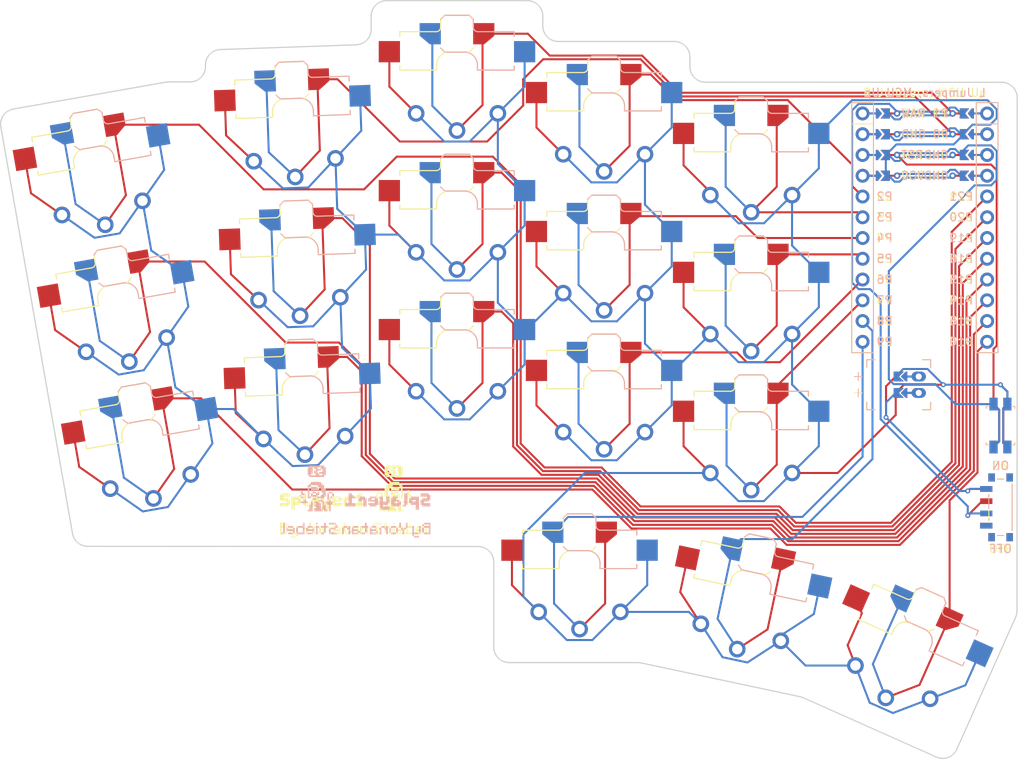
<source format=kicad_pcb>
(kicad_pcb (version 20240108) (generator "pcbnew") (generator_version "8.0")
  (title_block (title "splayer_pcb") (date "2024-05-04") (rev "v1.0.0") (company "Unknown"))
  (layers (0 "F.Cu" signal) (31 "B.Cu" signal) (34 "B.Paste" user) (35 "F.Paste" user) (36 "B.SilkS" user "B.Silkscreen") (37 "F.SilkS" user "F.Silkscreen") (38 "B.Mask" user) (39 "F.Mask" user) (44 "Edge.Cuts" user))
  (net 0 "")
  (net 1 "P16")
  (net 2 "GND")
  (net 3 "P15")
  (net 4 "P21")
  (net 5 "P14")
  (net 6 "P18")
  (net 7 "P0")
  (net 8 "P19")
  (net 9 "P20")
  (net 10 "P1")
  (net 11 "P6")
  (net 12 "P4")
  (net 13 "P2")
  (net 14 "P7")
  (net 15 "P5")
  (net 16 "P3")
  (net 17 "P9")
  (net 18 "P8")
  (net 19 "P10")
  (net 20 "RAW")
  (net 21 "RST")
  (net 22 "VCC")
  (net 23 "MCU1_24")
  (net 24 "MCU1_1")
  (net 25 "MCU1_23")
  (net 26 "MCU1_2")
  (net 27 "MCU1_22")
  (net 28 "MCU1_3")
  (net 29 "MCU1_21")
  (net 30 "MCU1_4")
  (net 31 "BAT_P")
  (net 32 "JST1_1")
  (net 33 "JST1_2")
  (footprint "ceoloide:mounting_hole_npth" (layer "F.Cu") (at 249.927216 159.398435 -12)
    (property "Reference" "MH7" (hide yes))
    (property "Value" "")
  )
  (footprint "VIA-0.6mm" (layer "F.Cu") (at 271.15901 128.905852)
    (property "Reference" "REF**" (hide yes))
    (property "Value" "VIA-0.6mm" (hide yes))
  )
  (footprint "Logos:splayer1_try2" (layer "F.Cu") (at 192 144)
    (property "Reference" "G***" (hide yes))
    (property "Value" "LOGO" (hide yes))
  )
  (footprint "VIA-0.6mm" (layer "F.Cu") (at 257.159008 132.905853)
    (property "Reference" "REF**" (hide yes))
    (property "Value" "VIA-0.6mm" (hide yes))
  )
  (footprint "VIA-0.6mm" (layer "F.Cu") (at 264.159007 128.905855)
    (property "Reference" "REF**" (hide yes))
    (property "Value" "VIA-0.6mm" (hide yes))
  )
  (footprint "ceoloide:mounting_hole_npth" (layer "F.Cu") (at 269.991491 151.60148 -24)
    (property "Reference" "MH1" (hide yes))
    (property "Value" "")
  )
  (footprint "VIA-0.6mm" (layer "F.Cu") (at 267.15901 144.905855)
    (property "Reference" "REF**" (hide yes))
    (property "Value" "VIA-0.6mm" (hide yes))
  )
  (footprint "Logos:splayer1_try2_reverse" (layer "F.Cu") (at 192 144)
    (property "Reference" "G***" (hide yes))
    (property "Value" "LOGO" (hide yes))
  )
  (footprint "ceoloide:mounting_hole_npth" (layer "F.Cu") (at 172.557597 101.415189 10)
    (property "Reference" "MH3" (hide yes))
    (property "Value" "")
  )
  (footprint "ceoloide:mounting_hole_npth" (layer "F.Cu") (at 174.829857 120.003004 10)
    (property "Reference" "MH5" (hide yes))
    (property "Value" "")
  )
  (footprint "ceoloide:mcu_nice_nano" (layer "F.Cu") (at 261.909 108.415)
    (property "Reference" "MCU1" (hide yes))
    (property "Value" "")
  )
  (footprint "ceoloide:mounting_hole_npth" (layer "F.Cu") (at 231.659009 105.405854)
    (property "Reference" "MH4" (hide yes))
    (property "Value" "")
  )
  (footprint "ceoloide:reset_button_smd_side" (layer "F.Cu") (at 271.159009 133.905853 -90)
    (property "Reference" "RST1" (hide yes))
    (property "Value" "")
  )
  (footprint "ceoloide:power_switch_smd_side" (layer "F.Cu") (at 271.159009 143.905852)
    (property "Reference" "PWR1" (hide yes))
    (property "Value" "")
  )
  (footprint "ceoloide:battery_connector_jst_ph_2" (layer "F.Cu") (at 261.159007 128.90585 -90)
    (property "Reference" "JST1" (hide yes))
    (property "Value" "")
  )
  (footprint "ceoloide:mounting_hole_npth" (layer "F.Cu") (at 204.659011 144.605852)
    (property "Reference" "MH6" (hide yes))
    (property "Value" "")
  )
  (footprint "ceoloide:mounting_hole_npth" (layer "F.Cu") (at 253.547674 144.280218 -24)
    (property "Reference" "MH2" (hide yes))
    (property "Value" "")
  )
  (footprint "VIA-0.6mm" (layer "F.Cu") (at 267.159009 141.905852)
    (property "Reference" "REF**" (hide yes))
    (property "Value" "VIA-0.6mm" (hide yes))
  )
  (footprint "ceoloide:switch_choc_v1_v2" (layer "B.Cu") (at 166.49622 137.008473 10)
    (property "Reference" "S1" (hide yes))
    (property "Value" "")
  )
  (footprint "ceoloide:switch_choc_v1_v2" (layer "B.Cu") (at 240.659009 101.905854)
    (property "Reference" "S15" (hide yes))
    (property "Value" "")
  )
  (footprint "ceoloide:switch_choc_v1_v2" (layer "B.Cu") (at 160.592183 103.525012 10)
    (property "Reference" "S3" (hide yes))
    (property "Value" "")
  )
  (footprint "ceoloide:switch_choc_v1_v2" (layer "B.Cu") (at 240.659006 135.905853)
    (property "Reference" "S13" (hide yes))
    (property "Value" "")
  )
  (footprint "ceoloide:switch_choc_v1_v2" (layer "B.Cu") (at 204.65901 108.905851)
    (property "Reference" "S8" (hide yes))
    (property "Value" "")
  )
  (footprint "ceoloide:switch_choc_v1_v2" (layer "B.Cu") (at 240.177629 155.485882 -12)
    (property "Reference" "S17" (hide yes))
    (property "Value" "")
  )
  (footprint "ceoloide:switch_choc_v1_v2" (layer "B.Cu") (at 185.25179 114.576253 2)
    (property "Reference" "S5" (hide yes))
    (property "Value" "")
  )
  (footprint "ceoloide:switch_choc_v1_v2" (layer "B.Cu") (at 204.659008 91.905853)
    (property "Reference" "S9" (hide yes))
    (property "Value" "")
  )
  (footprint "ceoloide:switch_choc_v1_v2" (layer "B.Cu") (at 240.659011 118.905855)
    (property "Reference" "S14" (hide yes))
    (property "Value" "")
  )
  (footprint "ceoloide:switch_choc_v1_v2" (layer "B.Cu") (at 204.659009 125.905852)
    (property "Reference" "S7" (hide yes))
    (property "Value" "")
  )
  (footprint "ceoloide:switch_choc_v1_v2" (layer "B.Cu") (at 222.659012 96.905853)
    (property "Reference" "S12" (hide yes))
    (property "Value" "")
  )
  (footprint "ceoloide:switch_choc_v1_v2" (layer "B.Cu") (at 163.544205 120.266744 10)
    (property "Reference" "S2" (hide yes))
    (property "Value" "")
  )
  (footprint "ceoloide:switch_choc_v1_v2" (layer "B.Cu") (at 222.659006 113.905854)
    (property "Reference" "S11" (hide yes))
    (property "Value" "")
  )
  (footprint "ceoloide:switch_choc_v1_v2" (layer "B.Cu") (at 259.526729 161.829319 -24)
    (property "Reference" "S18" (hide yes))
    (property "Value" "")
  )
  (footprint "ceoloide:switch_choc_v1_v2" (layer "B.Cu") (at 219.659008 152.905851)
    (property "Reference" "S16" (hide yes))
    (property "Value" "")
  )
  (footprint "ceoloide:switch_choc_v1_v2" (layer "B.Cu") (at 184.6585 97.586611 2)
    (property "Reference" "S6" (hide yes))
    (property "Value" "")
  )
  (footprint "ceoloide:switch_choc_v1_v2" (layer "B.Cu") (at 222.659009 130.905852)
    (property "Reference" "S10" (hide yes))
    (property "Value" "")
  )
  (footprint "ceoloide:switch_choc_v1_v2" (layer "B.Cu") (at 185.845081 131.565897 2)
    (property "Reference" "S4" (hide yes))
    (property "Value" "")
  )
  (gr_arc (start 213.259009 81.905851) (mid 214.602496 82.462348) (end 215.159011 83.805853) (stroke (width 0.15)) (layer "Edge.Cuts"))
  (gr_line (start 173.882208 89.85799) (end 173.883282 89.888719) (stroke (width 0.15)) (layer "Edge.Cuts"))
  (gr_line (start 227.18383 162.947373) (end 246.637071 167.082286) (stroke (width 0.15)) (layer "Edge.Cuts"))
  (gr_line (start 213.259009 81.905851) (end 196.059009 81.905852) (stroke (width 0.15)) (layer "Edge.Cuts"))
  (gr_arc (start 148.845153 97.371375) (mid 149.159912 95.95166) (end 150.386355 95.17031) (stroke (width 0.15)) (layer "Edge.Cuts"))
  (gr_arc (start 217.059008 86.905852) (mid 215.715488 86.349355) (end 215.159011 85.005853) (stroke (width 0.15)) (layer "Edge.Cuts"))
  (gr_line (start 194.159009 83.805853) (end 194.15901 85.41394) (stroke (width 0.15)) (layer "Edge.Cuts"))
  (gr_arc (start 235.058052 91.886698) (mid 233.715168 91.329859) (end 233.159009 89.986697) (stroke (width 0.15)) (layer "Edge.Cuts"))
  (gr_line (start 211.059009 162.905851) (end 226.788801 162.905851) (stroke (width 0.15)) (layer "Edge.Cuts"))
  (gr_arc (start 231.259009 86.905853) (mid 232.602492 87.46235) (end 233.159009 88.805853) (stroke (width 0.15)) (layer "Edge.Cuts"))
  (gr_line (start 209.159009 150.604888) (end 209.15901 161.005851) (stroke (width 0.15)) (layer "Edge.Cuts"))
  (gr_line (start 175.71474 87.892835) (end 192.325317 87.312784) (stroke (width 0.15)) (layer "Edge.Cuts"))
  (gr_line (start 169.362892 91.853714) (end 171.983486 91.855029) (stroke (width 0.15)) (layer "Edge.Cuts"))
  (gr_arc (start 211.059009 162.905851) (mid 209.715488 162.349354) (end 209.15901 161.005851) (stroke (width 0.15)) (layer "Edge.Cuts"))
  (gr_line (start 273.208348 93.805561) (end 273.186465 156.56109) (stroke (width 0.15)) (layer "Edge.Cuts"))
  (gr_line (start 217.059008 86.905852) (end 231.259009 86.905853) (stroke (width 0.15)) (layer "Edge.Cuts"))
  (gr_arc (start 207.259972 148.70489) (mid 208.602856 149.261722) (end 209.159009 150.604888) (stroke (width 0.15)) (layer "Edge.Cuts"))
  (gr_line (start 215.159011 85.005853) (end 215.159011 83.805853) (stroke (width 0.15)) (layer "Edge.Cuts"))
  (gr_arc (start 169.032007 91.88258) (mid 169.196818 91.860907) (end 169.362892 91.853714) (stroke (width 0.15)) (layer "Edge.Cuts"))
  (gr_arc (start 265.824388 173.499774) (mid 264.769564 174.500788) (end 263.315853 174.462709) (stroke (width 0.15)) (layer "Edge.Cuts"))
  (gr_line (start 233.159009 89.986697) (end 233.159009 88.805853) (stroke (width 0.15)) (layer "Edge.Cuts"))
  (gr_arc (start 226.788801 162.905851) (mid 226.987404 162.91626) (end 227.18383 162.947373) (stroke (width 0.15)) (layer "Edge.Cuts"))
  (gr_arc (start 194.159009 83.805853) (mid 194.715514 82.462361) (end 196.059009 81.905852) (stroke (width 0.15)) (layer "Edge.Cuts"))
  (gr_line (start 235.058052 91.886698) (end 271.309302 91.904898) (stroke (width 0.15)) (layer "Edge.Cuts"))
  (gr_arc (start 273.186465 156.56109) (mid 273.144895 156.955787) (end 273.0222 157.333224) (stroke (width 0.15)) (layer "Edge.Cuts"))
  (gr_line (start 148.845153 97.371375) (end 157.615518 147.110599) (stroke (width 0.15)) (layer "Edge.Cuts"))
  (gr_arc (start 246.637071 167.082286) (mid 246.829174 167.133756) (end 247.014841 167.205031) (stroke (width 0.15)) (layer "Edge.Cuts"))
  (gr_arc (start 159.485689 148.680667) (mid 158.264998 148.235846) (end 157.615518 147.110599) (stroke (width 0.15)) (layer "Edge.Cuts"))
  (gr_arc (start 173.883282 89.888719) (mid 173.350867 91.275224) (end 171.983486 91.855029) (stroke (width 0.15)) (layer "Edge.Cuts"))
  (gr_line (start 265.824388 173.499774) (end 273.0222 157.333224) (stroke (width 0.15)) (layer "Edge.Cuts"))
  (gr_arc (start 271.309302 91.904898) (mid 272.652433 92.461972) (end 273.208348 93.805561) (stroke (width 0.15)) (layer "Edge.Cuts"))
  (gr_arc (start 173.882208 89.85799) (mid 174.391478 88.495891) (end 175.71474 87.892835) (stroke (width 0.15)) (layer "Edge.Cuts"))
  (gr_arc (start 194.15901 85.41394) (mid 193.625768 86.733812) (end 192.325317 87.312784) (stroke (width 0.15)) (layer "Edge.Cuts"))
  (gr_line (start 207.259972 148.70489) (end 159.485689 148.680667) (stroke (width 0.15)) (layer "Edge.Cuts"))
  (gr_line (start 247.014841 167.205031) (end 263.315853 174.462709) (stroke (width 0.15)) (layer "Edge.Cuts"))
  (gr_line (start 169.032007 91.88258) (end 150.386355 95.17031) (stroke (width 0.15)) (layer "Edge.Cuts"))
  (segment (start 267.899008 139.464596) (end 258.863604 148.5) (width 0.25) (layer "F.Cu") (net 1))
  (segment (start 226 146.5) (end 221.230852 141.730852) (width 0.25) (layer "F.Cu") (net 1))
  (segment (start 170.05562 139.198666) (end 167.520744 142.818841) (width 0.25) (layer "F.Cu") (net 1))
  (segment (start 258.863604 148.5) (end 245 148.5) (width 0.25) (layer "F.Cu") (net 1))
  (segment (start 168.688259 130.580169) (end 168.566586 130.753935) (width 0.25) (layer "F.Cu") (net 1))
  (segment (start 269.529 121.115) (end 267.899008 122.744992) (width 0.25) (layer "F.Cu") (net 1))
  (segment (start 168.566586 130.753935) (end 170.05562 139.198666) (width 0.25) (layer "F.Cu") (net 1))
  (segment (start 245 148.5) (end 243 146.5) (width 0.25) (layer "F.Cu") (net 1))
  (segment (start 184.503954 141.730852) (end 173.345304 130.572202) (width 0.25) (layer "F.Cu") (net 1))
  (segment (start 173.345304 130.572202) (end 168.696225 130.572202) (width 0.25) (layer "F.Cu") (net 1))
  (segment (start 267.899008 122.744992) (end 267.899008 139.464596) (width 0.25) (layer "F.Cu") (net 1))
  (segment (start 221.230852 141.730852) (end 184.503954 141.730852) (width 0.25) (layer "F.Cu") (net 1))
  (segment (start 168.696225 130.572202) (end 168.688259 130.580168) (width 0.25) (layer "F.Cu") (net 1))
  (segment (start 243 146.5) (end 226 146.5) (width 0.25) (layer "F.Cu") (net 1))
  (segment (start 163.900571 140.283968) (end 167.520744 142.818841) (width 0.25) (layer "B.Cu") (net 1))
  (segment (start 162.411538 131.839243) (end 163.900571 140.283968) (width 0.25) (layer "B.Cu") (net 1))
  (segment (start 162.237768 131.717567) (end 162.411538 131.839243) (width 0.25) (layer "B.Cu") (net 1))
  (segment (start 214.384009 131.430852) (end 217.659009 134.705852) (width 0.25) (layer "F.Cu") (net 2))
  (segment (start 177.000153 115.389726) (end 180.387453 118.548436) (width 0.25) (layer "F.Cu") (net 2))
  (segment (start 211.384008 153.430851) (end 214.659008 156.705851) (width 0.25) (layer "F.Cu") (net 2))
  (segment (start 155.486085 122.220706) (end 159.280028 124.877254) (width 0.25) (layer "F.Cu") (net 2))
  (segment (start 232.863125 150.09736) (end 231.974301 154.278939) (width 0.25) (layer "F.Cu") (net 2))
  (segment (start 211.384008 149.155851) (end 211.384008 153.430851) (width 0.25) (layer "F.Cu") (net 2))
  (segment (start 214.384012 97.430853) (end 217.659012 100.705853) (width 0.25) (layer "F.Cu") (net 2))
  (segment (start 151.791718 101.268922) (end 152.534062 105.478973) (width 0.25) (layer "F.Cu") (net 2))
  (segment (start 154.743739 118.010655) (end 155.486085 122.220706) (width 0.25) (layer "F.Cu") (net 2))
  (segment (start 176.406864 98.400084) (end 179.794165 101.558793) (width 0.25) (layer "F.Cu") (net 2))
  (segment (start 232.384011 115.155855) (end 232.384011 119.430855) (width 0.25) (layer "F.Cu") (net 2))
  (segment (start 232.384011 119.430855) (end 235.659011 122.705855) (width 0.25) (layer "F.Cu") (net 2))
  (segment (start 271.5 136.021844) (end 272.009009 136.530853) (width 0.25) (layer "F.Cu") (net 2))
  (segment (start 152.534062 105.478973) (end 156.328007 108.13552) (width 0.25) (layer "F.Cu") (net 2))
  (segment (start 231.974301 154.278939) (end 234.496824 158.163284) (width 0.25) (layer "F.Cu") (net 2))
  (segment (start 157.695755 134.752386) (end 158.438102 138.962436) (width 0.25) (layer "F.Cu") (net 2))
  (segment (start 252.458918 160.780591) (end 253.413405 163.267112) (width 0.25) (layer "F.Cu") (net 2))
  (segment (start 196.384008 88.155853) (end 196.384008 92.430853) (width 0.25) (layer "F.Cu") (net 2))
  (segment (start 258.343007 132.605738) (end 258.343007 129.90585) (width 0.25) (layer "F.Cu") (net 2))
  (segment (start 158.438102 138.962436) (end 162.232046 141.618983) (width 0.25) (layer "F.Cu") (net 2))
  (segment (start 264.159007 128.905855) (end 259.343002 128.905855) (width 0.25) (layer "F.Cu") (net 2))
  (segment (start 235.659009 105.33999) (end 235.659009 105.705854) (width 0.25) (layer "F.Cu") (net 2))
  (segment (start 266.684009 100.794855) (end 265.309011 100.794853) (width 0.25) (layer "F.Cu") (net 2))
  (segment (start 196.384009 126.430852) (end 199.659009 129.705852) (width 0.25) (layer "F.Cu") (net 2))
  (segment (start 177.444248 128.106974) (end 177.593443 132.379371) (width 0.25) (layer "F.Cu") (net 2))
  (segment (start 214.38401 93.396263) (end 214.996221 94.008478) (width 0.25) (layer "F.Cu") (net 2))
  (segment (start 214.384012 93.155853) (end 214.384012 97.430853) (width 0.25) (layer "F.Cu") (net 2))
  (segment (start 232.384009 102.06499) (end 235.659009 105.33999) (width 0.25) (layer "F.Cu") (net 2))
  (segment (start 272.009009 131.280853) (end 271.5 131.789862) (width 0.25) (layer "F.Cu") (net 2))
  (segment (start 251.242892 139.705853) (end 258.343007 132.605738) (width 0.25) (layer "F.Cu") (net 2))
  (segment (start 196.384008 92.430853) (end 199.659008 95.705853) (width 0.25) (layer "F.Cu") (net 2))
  (segment (start 232.384006 132.155853) (end 232.384006 136.430853) (width 0.25) (layer "F.Cu") (net 2))
  (segment (start 196.38401 105.155851) (end 196.38401 109.430851) (width 0.25) (layer "F.Cu") (net 2))
  (segment (start 214.384009 127.155852) (end 214.384009 131.430852) (width 0.25) (layer "F.Cu") (net 2))
  (segment (start 214.384007 93.155852) (end 214.38401 93.396263) (width 0.25) (layer "F.Cu") (net 2))
  (segment (start 196.384009 122.155852) (end 196.384009 126.430852) (width 0.25) (layer "F.Cu") (net 2))
  (segment (start 259.343002 128.905855) (end 258.343007 129.90585) (width 0.25) (layer "F.Cu") (net 2))
  (segment (start 232.384006 136.430853) (end 235.659006 139.705853) (width 0.25) (layer "F.Cu") (net 2))
  (segment (start 254.197718 156.875184) (end 252.458918 160.780591) (width 0.25) (layer "F.Cu") (net 2))
  (segment (start 214.384006 114.430854) (end 217.659006 117.705854) (width 0.25) (layer "F.Cu") (net 2))
  (segment (start 214.384006 110.155854) (end 214.384006 114.430854) (width 0.25) (layer "F.Cu") (net 2))
  (segment (start 266.684009 103.334852) (end 265.309007 103.334852) (width 0.25) (layer "F.Cu") (net 2))
  (segment (start 177.593443 132.379371) (end 180.980743 135.53808) (width 0.25) (layer "F.Cu") (net 2))
  (segment (start 272.009009 129.755851) (end 271.15901 128.905852) (width 0.25) (layer "F.Cu") (net 2))
  (segment (start 253.492401 155.037776) (end 254.197718 156.875184) (width 0.25) (layer "F.Cu") (net 2))
  (segment (start 232.384009 98.155854) (end 232.384009 102.06499) (width 0.25) (layer "F.Cu") (net 2))
  (segment (start 176.850956 111.117331) (end 177.000153 115.389726) (width 0.25) (layer "F.Cu") (net 2))
  (segment (start 176.257669 94.127689) (end 176.406864 98.400084) (width 0.25) (layer "F.Cu") (net 2))
  (segment (start 271.5 131.789862) (end 271.5 136.021844) (width 0.25) (layer "F.Cu") (net 2))
  (segment (start 272.009009 131.280853) (end 272.009009 129.755851) (width 0.25) (layer "F.Cu") (net 2))
  (segment (start 245.659006 139.705853) (end 251.242892 139.705853) (width 0.25) (layer "F.Cu") (net 2))
  (segment (start 196.38401 109.430851) (end 199.65901 112.705851) (width 0.25) (layer "F.Cu") (net 2))
  (segment (start 257.134008 98.254852) (end 258.509011 98.254851) (width 0.25) (layer "F.Cu") (net 2))
  (segment (start 266.684009 98.254851) (end 266.334315 98.254852) (width 0.25) (layer "B.Cu") (net 2))
  (segment (start 186.469258 104.768792) (end 183.353158 104.877608) (width 0.25) (layer "B.Cu") (net 2))
  (segment (start 168.090287 98.395043) (end 168.832631 102.605096) (width 0.25) (layer "B.Cu") (net 2))
  (segment (start 212.784009 147.215991) (end 220.294147 139.705853) (width 0.25) (layer "B.Cu") (net 2))
  (segment (start 264.159007 128.905855) (end 262.234002 126.98085) (width 0.25) (layer "B.Cu") (net 2))
  (segment (start 227.659012 100.705853) (end 227.659012 106.88086) (width 0.25) (layer "B.Cu") (net 2))
  (segment (start 221.100009 138.146852) (end 224.218009 138.146852) (width 0.25) (layer "B.Cu") (net 2))
  (segment (start 272.009009 131.280853) (end 272.009009 129.755851) (width 0.25) (layer "B.Cu") (net 2))
  (segment (start 268.61158 161.76927) (end 266.872783 165.674676) (width 0.25) (layer "B.Cu") (net 2))
  (segment (start 203.100008 99.146853) (end 206.218008 99.146853) (width 0.25) (layer "B.Cu") (net 2))
  (segment (start 239.100011 126.146855) (end 242.218011 126.146855) (width 0.25) (layer "B.Cu") (net 2))
  (segment (start 187.655837 138.748078) (end 190.974651 135.189085) (width 0.25) (layer "B.Cu") (net 2))
  (segment (start 239.100006 143.146853) (end 235.659006 139.705853) (width 0.25) (layer "B.Cu") (net 2))
  (segment (start 248.934011 115.155855) (end 248.934011 119.430855) (width 0.25) (layer "B.Cu") (net 2))
  (segment (start 203.100009 133.146852) (end 199.659009 129.705852) (width 0.25) (layer "B.Cu") (net 2))
  (segment (start 160.314257 110.926723) (end 156.328007 108.13552) (width 0.25) (layer "B.Cu") (net 2))
  (segment (start 166.176085 106.39904) (end 163.384883 110.385288) (width 0.25) (layer "B.Cu") (net 2))
  (segment (start 227.659006 117.705854) (end 224.218006 121.146854) (width 0.25) (layer "B.Cu") (net 2))
  (segment (start 218.100008 160.146851) (end 221.218008 160.146851) (width 0.25) (layer "B.Cu") (net 2))
  (segment (start 248.934006 136.430853) (end 245.659006 139.705853) (width 0.25) (layer "B.Cu") (net 2))
  (segment (start 242.218009 109.146854) (end 245.659009 105.705854) (width 0.25) (layer "B.Cu") (net 2))
  (segment (start 230.934012 97.430853) (end 227.659012 100.705853) (width 0.25) (layer "B.Cu") (net 2))
  (segment (start 224.218012 104.146853) (end 221.100012 104.146853) (width 0.25) (layer "B.Cu") (net 2))
  (segment (start 190.003578 107.381038) (end 193.390876 110.539744) (width 0.25) (layer "B.Cu") (net 2))
  (segment (start 171.784654 119.34683) (end 169.128106 123.140775) (width 0.25) (layer "B.Cu") (net 2))
  (segment (start 270.704 95.228299) (end 270.704 96.296) (width 0.25) (layer "B.Cu") (net 2))
  (segment (start 244.438482 159.488804) (end 244.278299 160.242403) (width 0.25) (layer "B.Cu") (net 2))
  (segment (start 257.134 103.335) (end 257.134 100.795) (width 0.25) (layer "B.Cu") (net 2))
  (segment (start 271.15901 128.905852) (end 264.15901 128.905852) (width 0.25) (layer "B.Cu") (net 2))
  (segment (start 272.009009 129.755851) (end 271.15901 128.905852) (width 0.25) (layer "B.Cu") (net 2))
  (segment (start 258.208703 101.519852) (end 258.809319 101.519852) (width 0.25) (layer "B.Cu") (net 2))
  (segment (start 245.659009 105.705854) (end 245.659009 111.880853) (width 0.25) (layer "B.Cu") (net 2))
  (segment (start 258.208703 104.059852) (end 258.809312 104.059852) (width 0.25) (layer "B.Cu") (net 2))
  (segment (start 220.294147 139.705853) (end 235.659006 139.705853) (width 0.25) (layer "B.Cu") (net 2))
  (segment (start 257.134009 103.334852) (end 257.483705 103.334853) (width 0.25) (layer "B.Cu") (net 2))
  (segment (start 235.659011 122.705855) (end 239.100011 126.146855) (width 0.25) (layer "B.Cu") (net 2))
  (segment (start 248.934009 98.155854) (end 252.999863 94.09) (width 0.25) (layer "B.Cu") (net 2))
  (segment (start 248.934009 102.430854) (end 245.659009 105.705854) (width 0.25) (layer "B.Cu") (net 2))
  (segment (start 227.659012 106.88086) (end 230.934006 110.155854) (width 0.25) (layer "B.Cu") (net 2))
  (segment (start 187.062546 121.758434) (end 183.946445 121.867251) (width 0.25) (layer "B.Cu") (net 2))
  (segment (start 212.934009 126.430852) (end 209.659009 129.705852) (width 0.25) (layer "B.Cu") (net 2))
  (segment (start 221.218008 160.146851) (end 224.659008 156.705851) (width 0.25) (layer "B.Cu") (net 2))
  (segment (start 224.218006 121.146854) (end 221.100006 121.146854) (width 0.25) (layer "B.Cu") (net 2))
  (segment (start 189.788073 101.209799) (end 190.003578 107.381038) (width 0.25) (layer "B.Cu") (net 2))
  (segment (start 197.492903 110.539744) (end 199.65901 112.705851) (width 0.25) (layer "B.Cu") (net 2))
  (segment (start 193.390876 110.539744) (end 197.492903 110.539744) (width 0.25) (layer "B.Cu") (net 2))
  (segment (start 193.390876 110.539744) (end 193.540071 114.81214) (width 0.25) (layer "B.Cu") (net 2))
  (segment (start 249.05147 153.538301) (end 248.322829 156.96628) (width 0.25) (layer "B.Cu") (net 2))
  (segment (start 169.288923 143.86875) (end 172.080122 139.882505) (width 0.25) (layer "B.Cu") (net 2))
  (segment (start 214.659008 156.705851) (end 218.100008 160.146851) (width 0.25) (layer "B.Cu") (net 2))
  (segment (start 269.565701 94.09) (end 270.704 95.228299) (width 0.25) (layer "B.Cu") (net 2))
  (segment (start 212.934008 92.430853) (end 209.659008 95.705853) (width 0.25) (layer "B.Cu") (net 2))
  (segment (start 234.496824 158.163284) (end 237.147208 162.244518) (width 0.25) (layer "B.Cu") (net 2))
  (segment (start 271.5 131.789862) (end 271.5 136.021844) (width 0.25) (layer "B.Cu") (net 2))
  (segment (start 173.994325 131.878507) (end 174.73667 136.08856) (width 0.25) (layer "B.Cu") (net 2))
  (segment (start 264.15901 128.905852) (end 264.159007 128.905855) (width 0.25) (layer "B.Cu") (net 2))
  (segment (start 259.304315 101.024853) (end 265.079006 101.02485) (width 0.25) (layer "B.Cu") (net 2))
  (segment (start 266.684 98.138353) (end 266.684 98.255) (width 0.25) (layer "B.Cu") (net 2))
  (segment (start 193.984167 127.529388) (end 194.133359 131.801784) (width 0.25) (layer "B.Cu") (net 2))
  (segment (start 163.266279 127.668456) (end 166.336905 127.127022) (width 0.25) (layer "B.Cu") (net 2))
  (segment (start 221.100006 121.146854) (end 217.659006 117.705854) (width 0.25) (layer "B.Cu") (net 2))
  (segment (start 212.93401 109.430851) (end 209.65901 112.705851) (width 0.25) (layer "B.Cu") (net 2))
  (segment (start 212.934009 122.155852) (end 213.209008 122.155852) (width 0.25) (layer "B.Cu") (net 2))
  (segment (start 190.381361 118.199441) (end 187.062546 121.758434) (width 0.25) (layer "B.Cu") (net 2))
  (segment (start 257.483705 103.334853) (end 258.208703 104.059852) (width 0.25) (layer "B.Cu") (net 2))
  (segment (start 271.5 136.021844) (end 272.009009 136.530853) (width 0.25) (layer "B.Cu") (net 2))
  (segment (start 230.934009 127.155852) (end 231.209014 127.155852) (width 0.25) (layer "B.Cu") (net 2))
  (segment (start 227.659012 100.705853) (end 224.218012 104.146853) (width 0.25) (layer "B.Cu") (net 2))
  (segment (start 248.934009 98.155854) (end 248.934009 102.430854) (width 0.25) (layer "B.Cu") (net 2))
  (segment (start 245.659009 111.880853) (end 248.934011 115.155855) (width 0.25) (layer "B.Cu") (net 2))
  (segment (start 166.218295 144.410185) (end 169.288923 143.86875) (width 0.25) (layer "B.Cu") (net 2))
  (segment (start 174.73667 136.08856) (end 172.080122 139.882505) (width 0.25) (layer "B.Cu") (net 2))
  (segment (start 166.176085 106.39904) (end 167.248361 112.480226) (width 0.25) (layer "B.Cu") (net 2))
  (segment (start 240.197068 162.892784) (end 244.278299 160.242403) (width 0.25) (layer "B.Cu") (net 2))
  (segment (start 258.429 99.5) (end 265.439 99.5) (width 0.25) (layer "B.Cu") (net 2))
  (segment (start 242.218011 126.146855) (end 245.659011 122.705855) (width 0.25) (layer "B.Cu") (net 2))
  (segment (start 173.994323 131.878505) (end 177.32117 131.878505) (width 0.25) (layer "B.Cu") (net 2))
  (segment (start 199.65901 112.705851) (end 203.10001 116.146851) (width 0.25) (layer "B.Cu") (net 2))
  (segment (start 269.92 97.08) (end 267.742353 97.08) (width 0.25) (layer "B.Cu") (net 2))
  (segment (start 257.13401 100.794851) (end 257.483706 100.794854) (width 0.25) (layer "B.Cu") (net 2))
  (segment (start 230.934006 110.155854) (end 230.934006 114.430854) (width 0.25) (layer "B.Cu") (net 2))
  (segment (start 247.303011 163.267109) (end 253.413402 163.267109) (width 0.25) (layer "B.Cu") (net 2))
  (segment (start 212.93401 105.155851) (end 212.93401 109.430851) (width 0.25) (layer "B.Cu") (net 2))
  (segment (start 171.042308 115.136776) (end 171.784654 119.34683) (width 0.25) (layer "B.Cu") (net 2))
  (segment (start 209.65901 118.880853) (end 212.934009 122.155852) (width 0.25) (layer "B.Cu") (net 2))
  (segment (start 168.832631 102.605096) (end 166.176085 106.39904) (width 0.25) (layer "B.Cu") (net 2))
  (segment (start 162.232046 141.618983) (end 166.218295 144.410185) (width 0.25) (layer "B.Cu") (net 2))
  (segment (start 258.005763 169.078404) (end 262.548854 167.334475) (width 0.25) (layer "B.Cu") (net 2))
  (segment (start 257.134 100.795) (end 258.429 99.5) (width 0.25) (layer "B.Cu") (net 2))
  (segment (start 214.659008 156.705851) (end 212.784009 154.830852) (width 0.25) (layer "B.Cu") (net 2))
  (segment (start 233.039395 156.705851) (end 234.496827 158.163283) (width 0.25) (layer "B.Cu") (net 2))
  (segment (start 235.659009 105.705854) (end 239.100009 109.146854) (width 0.25) (layer "B.Cu") (net 2))
  (segment (start 192.797587 93.550101) (end 192.946783 97.822498) (width 0.25) (layer "B.Cu") (net 2))
  (segment (start 272.009009 131.280853) (end 271.5 131.789862) (width 0.25) (layer "B.Cu") (net 2))
  (segment (start 231.209014 127.155852) (end 235.659011 122.705855) (width 0.25) (layer "B.Cu") (net 2))
  (segment (start 193.540071 114.81214) (end 190.381361 118.199441) (width 0.25) (layer "B.Cu") (net 2))
  (segment (start 183.946445 121.867251) (end 180.387453 118.548436) (width 0.25) (layer "B.Cu") (net 2))
  (segment (start 227.934008 149.155851) (end 227.934008 153.430851) (width 0.25) (layer "B.Cu") (net 2))
  (segment (start 230.934006 114.430854) (end 227.659006 117.705854) (width 0.25) (layer "B.Cu") (net 2))
  (segment (start 270.704 96.296) (end 269.92 97.08) (width 0.25) (layer "B.Cu") (net 2))
  (segment (start 248.322829 156.96628) (end 244.438482 159.488804) (width 0.25) (layer "B.Cu") (net 2))
  (segment (start 209.659008 101.880849) (end 212.93401 105.155851) (width 0.25) (layer "B.Cu") (net 2))
  (segment (start 209.659009 129.705852) (end 206.218009 133.146852) (width 0.25) (layer "B.Cu") (net 2))
  (segment (start 230.934009 131.430852) (end 227.659009 134.705852) (width 0.25) (layer "B.Cu") (net 2))
  (segment (start 242.218006 143.146853) (end 239.100006 143.146853) (width 0.25) (layer "B.Cu") (net 2))
  (segment (start 194.133359 131.801784) (end 190.974651 135.189085) (width 0.25) (layer "B.Cu") (net 2))
  (segment (start 257.483706 100.794854) (end 258.208703 101.519852) (width 0.25) (layer "B.Cu") (net 2))
  (segment (start 259.304314 103.564853) (end 265.079013 103.564851) (width 0.25) (layer "B.Cu") (net 2))
  (segment (start 212.784009 154.830852) (end 212.784009 147.215991) (width 0.25) (layer "B.Cu") (net 2))
  (segment (start 224.659008 156.705851) (end 233.039395 156.705851) (width 0.25) (layer "B.Cu") (net 2))
  (segment (start 163.384883 110.385288) (end 160.314257 110.926723) (width 0.25) (layer "B.Cu") (net 2))
  (segment (start 248.934011 119.430855) (end 245.659011 122.705855) (width 0.25) (layer "B.Cu") (net 2))
  (segment (start 227.934008 153.430851) (end 224.659008 156.705851) (width 0.25) (layer "B.Cu") (net 2))
  (segment (start 265.609312 97.529852) (end 265.008704 97.52985) (width 0.25) (layer "B.Cu") (net 2))
  (segment (start 183.353158 104.877608) (end 179.794165 101.558793) (width 0.25) (layer "B.Cu") (net 2))
  (segment (start 190.381361 118.199441) (end 190.596865 124.37068) (width 0.25) (layer "B.Cu") (net 2))
  (segment (start 169.128106 123.140775) (end 170.200382 129.221959) (width 0.25) (layer "B.Cu") (net 2))
  (segment (start 190.596865 124.37068) (end 193.984167 127.529388) (width 0.25) (layer "B.Cu") (net 2))
  (segment (start 206.218008 99.146853) (end 209.659008 95.705853) (width 0.25) (layer "B.Cu") (net 2))
  (segment (start 258.809319 101.519852) (end 259.304315 101.024853) (width 0.25) (layer "B.Cu") (net 2))
  (segment (start 192.946783 97.822498) (end 189.788073 101.209799) (width 0.25) (layer "B.Cu") (net 2))
  (segment (start 237.147208 162.244518) (end 240.197068 162.892784) (width 0.25) (layer "B.Cu") (net 2))
  (segment (start 221.100012 104.146853) (end 217.659012 100.705853) (width 0.25) (layer "B.Cu") (net 2))
  (segment (start 258.809312 104.059852) (end 259.304314 103.564853) (width 0.25) (layer "B.Cu") (net 2))
  (segment (start 265.008704 97.52985) (end 264.503703 98.034852) (width 0.25) (layer "B.Cu") (net 2))
  (segment (start 203.10001 116.146851) (end 206.21801 116.146851) (width 0.25) (layer "B.Cu") (net 2))
  (segment (start 227.659006 117.705854) (end 227.659006 123.880849) (width 0.25) (layer "B.Cu") (net 2))
  (segment (start 184.539738 138.856894) (end 187.655837 138.748078) (width 0.25) (layer "B.Cu") (net 2))
  (segment (start 245.659011 128.880858) (end 248.934006 132.155853) (width 0.25) (layer "B.Cu") (net 2))
  (segment (start 248.934006 132.155853) (end 248.934006 136.430853) (width 0.25) (layer "B.Cu") (net 2))
  (segment (start 244.278303 160.242401) (end 247.303011 163.267109) (width 0.25) (layer "B.Cu") (net 2))
  (segment (start 170.200382 129.221959) (end 173.994325 131.878507) (width 0.25) (layer "B.Cu") (net 2))
  (segment (start 189.788073 101.209799) (end 186.469258 104.768792) (width 0.25) (layer "B.Cu") (net 2))
  (segment (start 159.280028 124.877254) (end 163.266279 127.668456) (width 0.25) (layer "B.Cu") (net 2))
  (segment (start 245.659006 139.705853) (end 242.218006 143.146853) (width 0.25) (layer "B.Cu") (net 2))
  (segment (start 212.934008 88.155853) (end 212.934008 92.430853) (width 0.25) (layer "B.Cu") (net 2))
  (segment (start 266.872783 165.674676) (end 262.548854 167.334475) (width 0.25) (layer "B.Cu") (net 2))
  (segment (start 180.980743 135.53808) (end 184.539738 138.856894) (width 0.25) (layer "B.Cu") (net 2))
  (segment (start 266.334315 98.254852) (end 265.609312 97.529852) (width 0.25) (layer "B.Cu") (net 2))
  (segment (start 209.659008 95.705853) (end 209.659008 101.880849) (width 0.25) (layer "B.Cu") (net 2))
  (segment (start 255.157334 167.810202) (end 258.005763 169.078404) (width 0.25) (layer "B.Cu") (net 2))
  (segment (start 230.934009 127.155852) (end 230.934009 131.430852) (width 0.25) (layer "B.Cu") (net 2))
  (segment (start 166.336905 127.127022) (end 169.128106 123.140775) (width 0.25) (layer "B.Cu") (net 2))
  (segment (start 199.659008 95.705853) (end 203.100008 99.146853) (width 0.25) (layer "B.Cu") (net 2))
  (segment (start 213.209008 122.155852) (end 217.659006 117.705854) (width 0.25) (layer "B.Cu") (net 2))
  (segment (start 262.234002 126.98085) (end 259.268007 126.98085) (width 0.25) (layer "B.Cu") (net 2))
  (segment (start 206.218009 133.146852) (end 203.100009 133.146852) (width 0.25) (layer "B.Cu") (net 2))
  (segment (start 267.742353 97.08) (end 266.684 98.138353) (width 0.25) (layer "B.Cu") (net 2))
  (segment (start 265.439 99.5) (end 266.684 98.255) (width 0.25) (layer "B.Cu") (net 2))
  (segment (start 239.100009 109.146854) (end 242.218009 109.146854) (width 0.25) (layer "B.Cu") (net 2))
  (segment (start 227.659006 123.880849) (end 230.934009 127.155852) (width 0.25) (layer "B.Cu") (net 2))
  (segment (start 259.268007 126.98085) (end 258.343007 127.90585) (width 0.25) (layer "B.Cu") (net 2))
  (segment (start 252.999863 94.09) (end 269.565701 94.09) (width 0.25) (layer "B.Cu") (net 2))
  (segment (start 217.659009 134.705852) (end 221.100009 138.146852) (width 0.25) (layer "B.Cu") (net 2))
  (segment (start 264.503703 98.034852) (end 258.72901 98.034851) (width 0.25) (layer "B.Cu") (net 2))
  (segment (start 245.659011 122.705855) (end 245.659011 128.880858) (width 0.25) (layer "B.Cu") (net 2))
  (segment (start 177.32117 131.878505) (end 180.980745 135.53808) (width 0.25) (layer "B.Cu") (net 2))
  (segment (start 253.413405 163.267112) (end 255.157334 167.810202) (width 0.25) (layer "B.Cu") (net 2))
  (segment (start 209.65901 112.705851) (end 209.65901 118.880853) (width 0.25) (layer "B.Cu") (net 2))
  (segment (start 167.248361 112.480226) (end 171.042308 115.136776) (width 0.25) (layer "B.Cu") (net 2))
  (segment (start 230.934012 93.155853) (end 230.934012 97.430853) (width 0.25) (layer "B.Cu") (net 2))
  (segment (start 212.934009 122.155852) (end 212.934009 126.430852) (width 0.25) (layer "B.Cu") (net 2))
  (segment (start 224.218009 138.146852) (end 227.659009 134.705852) (width 0.25) (layer "B.Cu") (net 2))
  (segment (start 206.21801 116.146851) (end 209.65901 112.705851) (width 0.25) (layer "B.Cu") (net 2))
  (segment (start 165.736242 113.838439) (end 165.614569 114.012207) (width 0.25) (layer "F.Cu") (net 3))
  (segment (start 183.687079 123.744522) (end 190.214833 123.744522) (width 0.25) (layer "F.Cu") (net 3))
  (segment (start 173.77303 113.830473) (end 183.687079 123.744522) (width 0.25) (layer "F.Cu") (net 3))
  (segment (start 266.999008 118.564992) (end 269.529 116.035) (width 0.25) (layer "F.Cu") (net 3))
  (segment (start 193.5 137.5) (end 196.830852 140.830852) (width 0.25) (layer "F.Cu") (net 3))
  (segment (start 165.74421 113.830473) (end 173.77303 113.830473) (width 0.25) (layer "F.Cu") (net 3))
  (segment (start 165.614569 114.012207) (end 167.103603 122.456936) (width 0.25) (layer "F.Cu") (net 3))
  (segment (start 193.5 127.029689) (end 193.5 137.5) (width 0.25) (layer "F.Cu") (net 3))
  (segment (start 243.372792 145.6) (end 245.372792 147.6) (width 0.25) (layer "F.Cu") (net 3))
  (segment (start 245.372792 147.6) (end 258.490812 147.6) (width 0.25) (layer "F.Cu") (net 3))
  (segment (start 258.490812 147.6) (end 266.999008 139.091804) (width 0.25) (layer "F.Cu") (net 3))
  (segment (start 165.736244 113.838439) (end 165.74421 113.830473) (width 0.25) (layer "F.Cu") (net 3))
  (segment (start 167.103603 122.456936) (end 164.56873 126.077111) (width 0.25) (layer "F.Cu") (net 3))
  (segment (start 226.372792 145.6) (end 243.372792 145.6) (width 0.25) (layer "F.Cu") (net 3))
  (segment (start 196.830852 140.830852) (end 221.603644 140.830852) (width 0.25) (layer "F.Cu") (net 3))
  (segment (start 190.214833 123.744522) (end 193.5 127.029689) (width 0.25) (layer "F.Cu") (net 3))
  (segment (start 266.999008 139.091804) (end 266.999008 118.564992) (width 0.25) (layer "F.Cu") (net 3))
  (segment (start 221.603644 140.830852) (end 226.372792 145.6) (width 0.25) (layer "F.Cu") (net 3))
  (segment (start 159.459521 115.097512) (end 160.948553 123.542238) (width 0.25) (layer "B.Cu") (net 3))
  (segment (start 160.948553 123.542238) (end 164.56873 126.077111) (width 0.25) (layer "B.Cu") (net 3))
  (segment (start 159.285752 114.975837) (end 159.459521 115.097512) (width 0.25) (layer "B.Cu") (net 3))
  (segment (start 222.349228 139.030852) (end 227.118376 143.8) (width 0.25) (layer "F.Cu") (net 4))
  (segment (start 162.662549 97.270473) (end 164.151581 105.715202) (width 0.25) (layer "F.Cu") (net 4))
  (segment (start 246.118376 145.8) (end 257.745228 145.8) (width 0.25) (layer "F.Cu") (net 4))
  (segment (start 265.199008 110.204992) (end 269.529 105.875) (width 0.25) (layer "F.Cu") (net 4))
  (segment (start 193.289861 105) (end 197.289861 101) (width 0.25) (layer "F.Cu") (net 4))
  (segment (start 212.45 136.10806) (end 215.372792 139.030852) (width 0.25) (layer "F.Cu") (net 4))
  (segment (start 162.784221 97.096705) (end 162.662549 97.270473) (width 0.25) (layer "F.Cu") (net 4))
  (segment (start 162.784222 97.096707) (end 162.792188 97.088741) (width 0.25) (layer "F.Cu") (net 4))
  (segment (start 265.199008 138.34622) (end 265.199008 110.204992) (width 0.25) (layer "F.Cu") (net 4))
  (segment (start 257.745228 145.8) (end 265.199008 138.34622) (width 0.25) (layer "F.Cu") (net 4))
  (segment (start 215.372792 139.030852) (end 222.349228 139.030852) (width 0.25) (layer "F.Cu") (net 4))
  (segment (start 212.45 104.405148) (end 212.45 136.10806) (width 0.25) (layer "F.Cu") (net 4))
  (segment (start 173.088741 97.088741) (end 181 105) (width 0.25) (layer "F.Cu") (net 4))
  (segment (start 209.044852 101) (end 212.45 104.405148) (width 0.25) (layer "F.Cu") (net 4))
  (segment (start 164.151581 105.715202) (end 161.616708 109.335378) (width 0.25) (layer "F.Cu") (net 4))
  (segment (start 181 105) (end 193.289861 105) (width 0.25) (layer "F.Cu") (net 4))
  (segment (start 244.118376 143.8) (end 246.118376 145.8) (width 0.25) (layer "F.Cu") (net 4))
  (segment (start 227.118376 143.8) (end 244.118376 143.8) (width 0.25) (layer "F.Cu") (net 4))
  (segment (start 197.289861 101) (end 209.044852 101) (width 0.25) (layer "F.Cu") (net 4))
  (segment (start 162.792188 97.088741) (end 173.088741 97.088741) (width 0.25) (layer "F.Cu") (net 4))
  (segment (start 156.333731 98.234105) (end 156.5075 98.355778) (width 0.25) (layer "B.Cu") (net 4))
  (segment (start 157.996533 106.800504) (end 161.616708 109.335378) (width 0.25) (layer "B.Cu") (net 4))
  (segment (start 156.5075 98.355778) (end 157.996533 106.800504) (width 0.25) (layer "B.Cu") (net 4))
  (segment (start 191.224352 125.505225) (end 193 127.280873) (width 0.25) (layer "F.Cu") (net 5))
  (segment (start 243.186396 146.05) (end 245.186396 148.05) (width 0.25) (layer "F.Cu") (net 5))
  (segment (start 267.449008 120.654992) (end 269.529 118.575) (width 0.25) (layer "F.Cu") (net 5))
  (segment (start 245.186396 148.05) (end 258.677208 148.05) (width 0.25) (layer "F.Cu") (net 5))
  (segment (start 196.644456 141.280852) (end 221.417248 141.280852) (width 0.25) (layer "F.Cu") (net 5))
  (segment (start 267.449008 139.2782) (end 267.449008 120.654992) (width 0.25) (layer "F.Cu") (net 5))
  (segment (start 221.417248 141.280852) (end 226.186396 146.05) (width 0.25) (layer "F.Cu") (net 5))
  (segment (start 193 127.280873) (end 193 137.636396) (width 0.25) (layer "F.Cu") (net 5))
  (segment (start 188.910432 125.505224) (end 188.765757 125.66037) (width 0.25) (layer "F.Cu") (net 5))
  (segment (start 188.765757 125.66037) (end 189.065022 134.230146) (width 0.25) (layer "F.Cu") (net 5))
  (segment (start 189.065022 134.230146) (end 186.050985 137.462303) (width 0.25) (layer "F.Cu") (net 5))
  (segment (start 188.910434 125.505225) (end 191.224352 125.505225) (width 0.25) (layer "F.Cu") (net 5))
  (segment (start 258.677208 148.05) (end 267.449008 139.2782) (width 0.25) (layer "F.Cu") (net 5))
  (segment (start 226.186396 146.05) (end 243.186396 146.05) (width 0.25) (layer "F.Cu") (net 5))
  (segment (start 193 137.636396) (end 196.644456 141.280852) (width 0.25) (layer "F.Cu") (net 5))
  (segment (start 182.519566 125.878491) (end 182.818829 134.448269) (width 0.25) (layer "B.Cu") (net 5))
  (segment (start 182.818829 134.448269) (end 186.050985 137.462303) (width 0.25) (layer "B.Cu") (net 5))
  (segment (start 182.364423 125.733818) (end 182.519566 125.878491) (width 0.25) (layer "B.Cu") (net 5))
  (segment (start 245.559188 147.15) (end 258.304416 147.15) (width 0.25) (layer "F.Cu") (net 6))
  (segment (start 258.304416 147.15) (end 266.549008 138.905408) (width 0.25) (layer "F.Cu") (net 6))
  (segment (start 243.559188 145.15) (end 245.559188 147.15) (width 0.25) (layer "F.Cu") (net 6))
  (segment (start 188.317141 108.51558) (end 188.172466 108.670726) (width 0.25) (layer "F.Cu") (net 6))
  (segment (start 188.172466 108.670726) (end 188.471731 117.240502) (width 0.25) (layer "F.Cu") (net 6))
  (segment (start 188.317143 108.515581) (end 190.631061 108.515581) (width 0.25) (layer "F.Cu") (net 6))
  (segment (start 226.559188 145.15) (end 243.559188 145.15) (width 0.25) (layer "F.Cu") (net 6))
  (segment (start 188.471731 117.240502) (end 185.457695 120.472658) (width 0.25) (layer "F.Cu") (net 6))
  (segment (start 194 137.363604) (end 197.017248 140.380852) (width 0.25) (layer "F.Cu") (net 6))
  (segment (start 266.549008 138.905408) (end 266.549008 116.474992) (width 0.25) (layer "F.Cu") (net 6))
  (segment (start 197.017248 140.380852) (end 221.79004 140.380852) (width 0.25) (layer "F.Cu") (net 6))
  (segment (start 190.631061 108.515581) (end 194 111.88452) (width 0.25) (layer "F.Cu") (net 6))
  (segment (start 266.549008 116.474992) (end 269.529 113.495) (width 0.25) (layer "F.Cu") (net 6))
  (segment (start 194 111.88452) (end 194 137.363604) (width 0.25) (layer "F.Cu") (net 6))
  (segment (start 221.79004 140.380852) (end 226.559188 145.15) (width 0.25) (layer "F.Cu") (net 6))
  (segment (start 181.926276 108.888847) (end 182.225538 117.458625) (width 0.25) (layer "B.Cu") (net 6))
  (segment (start 182.225538 117.458625) (end 185.457695 120.472658) (width 0.25) (layer "B.Cu") (net 6))
  (segment (start 181.771132 108.744174) (end 181.926276 108.888847) (width 0.25) (layer "B.Cu") (net 6))
  (segment (start 212.759012 91.530853) (end 215.209012 89.080853) (width 0.25) (layer "F.Cu") (net 7))
  (segment (start 187.723853 91.525939) (end 190.037771 91.525939) (width 0.25) (layer "F.Cu") (net 7))
  (segment (start 190.037771 91.525939) (end 197.658685 99.146853) (width 0.25) (layer "F.Cu") (net 7))
  (segment (start 187.723854 91.525939) (end 187.57918 91.681083) (width 0.25) (layer "F.Cu") (net 7))
  (segment (start 208.353147 99.146853) (end 212.759012 94.740988) (width 0.25) (layer "F.Cu") (net 7))
  (segment (start 215.209012 89.080853) (end 227.125705 89.080853) (width 0.25) (layer "F.Cu") (net 7))
  (segment (start 266.684009 98.254851) (end 265.309008 98.254851) (width 0.25) (layer "F.Cu") (net 7))
  (segment (start 187.57918 91.681083) (end 187.878443 100.25086) (width 0.25) (layer "F.Cu") (net 7))
  (segment (start 212.759012 94.740988) (end 212.759012 91.530853) (width 0.25) (layer "F.Cu") (net 7))
  (segment (start 231.675706 93.630854) (end 260.684854 93.630854) (width 0.25) (layer "F.Cu") (net 7))
  (segment (start 227.125705 89.080853) (end 231.675706 93.630854) (width 0.25) (layer "F.Cu") (net 7))
  (segment (start 197.658685 99.146853) (end 208.353147 99.146853) (width 0.25) (layer "F.Cu") (net 7))
  (segment (start 187.878443 100.25086) (end 184.864406 103.483016) (width 0.25) (layer "F.Cu") (net 7))
  (segment (start 260.684854 93.630854) (end 265.309 98.255) (width 0.25) (layer "F.Cu") (net 7))
  (segment (start 258.809314 98.979854) (end 259.304315 98.484851) (width 0.25) (layer "B.Cu") (net 7))
  (segment (start 181.332988 91.899205) (end 181.632253 100.468981) (width 0.25) (layer "B.Cu") (net 7))
  (segment (start 258.208703 98.979852) (end 258.809314 98.979854) (width 0.25) (layer "B.Cu") (net 7))
  (segment (start 181.632253 100.468981) (end 184.864406 103.483016) (width 0.25) (layer "B.Cu") (net 7))
  (segment (start 181.177843 91.754531) (end 181.332988 91.899205) (width 0.25) (layer "B.Cu") (net 7))
  (segment (start 259.304315 98.484851) (end 265.079007 98.484852) (width 0.25) (layer "B.Cu") (net 7))
  (segment (start 257.483704 98.254853) (end 258.208703 98.979852) (width 0.25) (layer "B.Cu") (net 7))
  (segment (start 257.134008 98.254852) (end 257.483704 98.254853) (width 0.25) (layer "B.Cu") (net 7))
  (segment (start 211.534008 121.379202) (end 211.534008 136.46486) (width 0.25) (layer "F.Cu") (net 8))
  (segment (start 243.745584 144.7) (end 245.745584 146.7) (width 0.25) (layer "F.Cu") (net 8))
  (segment (start 207.934009 119.955851) (end 207.784008 120.105852) (width 0.25) (layer "F.Cu") (net 8))
  (segment (start 226.745584 144.7) (end 243.745584 144.7) (width 0.25) (layer "F.Cu") (net 8))
  (segment (start 207.784008 120.105852) (end 207.784008 128.680853) (width 0.25) (layer "F.Cu") (net 8))
  (segment (start 211.534008 136.46486) (end 215 139.930852) (width 0.25) (layer "F.Cu") (net 8))
  (segment (start 210.110657 119.955851) (end 211.534008 121.379202) (width 0.25) (layer "F.Cu") (net 8))
  (segment (start 207.934009 119.955851) (end 210.110657 119.955851) (width 0.25) (layer "F.Cu") (net 8))
  (segment (start 221.976436 139.930852) (end 226.745584 144.7) (width 0.25) (layer "F.Cu") (net 8))
  (segment (start 215 139.930852) (end 221.976436 139.930852) (width 0.25) (layer "F.Cu") (net 8))
  (segment (start 266.099008 114.384992) (end 269.529 110.955) (width 0.25) (layer "F.Cu") (net 8))
  (segment (start 207.784008 128.680853) (end 204.659009 131.805852) (width 0.25) (layer "F.Cu") (net 8))
  (segment (start 245.745584 146.7) (end 258.11802 146.7) (width 0.25) (layer "F.Cu") (net 8))
  (segment (start 258.11802 146.7) (end 266.099008 138.719012) (width 0.25) (layer "F.Cu") (net 8))
  (segment (start 266.099008 138.719012) (end 266.099008 114.384992) (width 0.25) (layer "F.Cu") (net 8))
  (segment (start 201.53401 120.105853) (end 201.53401 128.680853) (width 0.25) (layer "B.Cu") (net 8))
  (segment (start 201.53401 128.680853) (end 204.659009 131.805852) (width 0.25) (layer "B.Cu") (net 8))
  (segment (start 201.384009 119.955852) (end 201.53401 120.105853) (width 0.25) (layer "B.Cu") (net 8))
  (segment (start 207.784009 103.105851) (end 207.784009 111.680852) (width 0.25) (layer "F.Cu") (net 9))
  (segment (start 210.110658 102.95585) (end 212 104.845192) (width 0.25) (layer "F.Cu") (net 9))
  (segment (start 226.93198 144.25) (end 243.93198 144.25) (width 0.25) (layer "F.Cu") (net 9))
  (segment (start 207.93401 102.95585) (end 210.110658 102.95585) (width 0.25) (layer "F.Cu") (net 9))
  (segment (start 245.93198 146.25) (end 257.931624 146.25) (width 0.25) (layer "F.Cu") (net 9))
  (segment (start 265.649008 138.532616) (end 265.649008 112.294992) (width 0.25) (layer "F.Cu") (net 9))
  (segment (start 257.931624 146.25) (end 265.649008 138.532616) (width 0.25) (layer "F.Cu") (net 9))
  (segment (start 212 136.294456) (end 215.186396 139.480852) (width 0.25) (layer "F.Cu") (net 9))
  (segment (start 222.162832 139.480852) (end 226.93198 144.25) (width 0.25) (layer "F.Cu") (net 9))
  (segment (start 243.93198 144.25) (end 245.93198 146.25) (width 0.25) (layer "F.Cu") (net 9))
  (segment (start 207.784009 111.680852) (end 204.65901 114.805851) (width 0.25) (layer "F.Cu") (net 9))
  (segment (start 212 104.845192) (end 212 136.294456) (width 0.25) (layer "F.Cu") (net 9))
  (segment (start 207.93401 102.95585) (end 207.784009 103.105851) (width 0.25) (layer "F.Cu") (net 9))
  (segment (start 215.186396 139.480852) (end 222.162832 139.480852) (width 0.25) (layer "F.Cu") (net 9))
  (segment (start 265.649008 112.294992) (end 269.529 108.415) (width 0.25) (layer "F.Cu") (net 9))
  (segment (start 201.534011 103.105852) (end 201.534011 111.680852) (width 0.25) (layer "B.Cu") (net 9))
  (segment (start 201.534011 111.680852) (end 204.65901 114.805851) (width 0.25) (layer "B.Cu") (net 9))
  (segment (start 201.38401 102.955851) (end 201.534011 103.105852) (width 0.25) (layer "B.Cu") (net 9))
  (segment (start 207.934008 85.955852) (end 207.784007 86.105853) (width 0.25) (layer "F.Cu") (net 10))
  (segment (start 266.68401 95.714853) (end 265.309008 95.714853) (width 0.25) (layer "F.Cu") (net 10))
  (segment (start 231.862102 93.180854) (end 262.774854 93.180854) (width 0.25) (layer "F.Cu") (net 10))
  (segment (start 207.934008 85.955852) (end 213.324999 85.955852) (width 0.25) (layer "F.Cu") (net 10))
  (segment (start 227.312101 88.630853) (end 231.862102 93.180854) (width 0.25) (layer "F.Cu") (net 10))
  (segment (start 207.784007 94.680854) (end 204.659008 97.805853) (width 0.25) (layer "F.Cu") (net 10))
  (segment (start 207.784007 86.105853) (end 207.784007 94.680854) (width 0.25) (layer "F.Cu") (net 10))
  (segment (start 262.774854 93.180854) (end 265.309 95.715) (width 0.25) (layer "F.Cu") (net 10))
  (segment (start 216 88.630853) (end 227.312101 88.630853) (width 0.25) (layer "F.Cu") (net 10))
  (segment (start 213.324999 85.955852) (end 216 88.630853) (width 0.25) (layer "F.Cu") (net 10))
  (segment (start 258.208703 96.439854) (end 258.809314 96.439853) (width 0.25) (layer "B.Cu") (net 10))
  (segment (start 201.643501 86.215346) (end 201.643501 94.790346) (width 0.25) (layer "B.Cu") (net 10))
  (segment (start 201.643501 94.790346) (end 204.659008 97.805853) (width 0.25) (layer "B.Cu") (net 10))
  (segment (start 201.384008 85.955853) (end 201.643501 86.215346) (width 0.25) (layer "B.Cu") (net 10))
  (segment (start 258.809314 96.439853) (end 259.304314 95.944853) (width 0.25) (layer "B.Cu") (net 10))
  (segment (start 257.483701 95.714852) (end 258.208703 96.439854) (width 0.25) (layer "B.Cu") (net 10))
  (segment (start 259.304314 95.944853) (end 265.079013 95.944853) (width 0.25) (layer "B.Cu") (net 10))
  (segment (start 257.134008 95.714851) (end 257.483701 95.714852) (width 0.25) (layer "B.Cu") (net 10))
  (segment (start 225.784008 133.680853) (end 222.659009 136.805852) (width 0.25) (layer "F.Cu") (net 11))
  (segment (start 225.934009 124.955851) (end 238.912546 124.955851) (width 0.25) (layer "F.Cu") (net 11))
  (segment (start 240.10355 126.146855) (end 244.177145 126.146855) (width 0.25) (layer "F.Cu") (net 11))
  (segment (start 238.912546 124.955851) (end 240.10355 126.146855) (width 0.25) (layer "F.Cu") (net 11))
  (segment (start 244.177145 126.146855) (end 254.289 116.035) (width 0.25) (layer "F.Cu") (net 11))
  (segment (start 225.934009 124.955851) (end 225.784008 125.105852) (width 0.25) (layer "F.Cu") (net 11))
  (segment (start 225.784008 125.105852) (end 225.784008 133.680853) (width 0.25) (layer "F.Cu") (net 11))
  (segment (start 219.53401 125.105853) (end 219.53401 133.680853) (width 0.25) (layer "B.Cu") (net 11))
  (segment (start 219.384009 124.955852) (end 219.53401 125.105853) (width 0.25) (layer "B.Cu") (net 11))
  (segment (start 219.53401 133.680853) (end 222.659009 136.805852) (width 0.25) (layer "B.Cu") (net 11))
  (segment (start 225.934006 107.955853) (end 225.784005 108.105854) (width 0.25) (layer "F.Cu") (net 12))
  (segment (start 238.780854 108.280854) (end 241.455 110.955) (width 0.25) (layer "F.Cu") (net 12))
  (segment (start 226.259007 108.280854) (end 238.780854 108.280854) (width 0.25) (layer "F.Cu") (net 12))
  (segment (start 225.784005 116.680855) (end 222.659006 119.805854) (width 0.25) (layer "F.Cu") (net 12))
  (segment (start 241.455 110.955) (end 254.289 110.955) (width 0.25) (layer "F.Cu") (net 12))
  (segment (start 225.784005 108.105854) (end 225.784005 116.680855) (width 0.25) (layer "F.Cu") (net 12))
  (segment (start 225.934006 107.955853) (end 226.259007 108.280854) (width 0.25) (layer "F.Cu") (net 12))
  (segment (start 219.534007 116.680855) (end 222.659006 119.805854) (width 0.25) (layer "B.Cu") (net 12))
  (segment (start 219.384006 107.955854) (end 219.534007 108.105855) (width 0.25) (layer "B.Cu") (net 12))
  (segment (start 219.534007 108.105855) (end 219.534007 116.680855) (width 0.25) (layer "B.Cu") (net 12))
  (segment (start 253 101.955152) (end 253 104.586) (width 0.25) (layer "F.Cu") (net 13))
  (segment (start 225.784011 99.680854) (end 222.659012 102.805853) (width 0.25) (layer "F.Cu") (net 13))
  (segment (start 225.934012 90.955852) (end 225.784011 91.105853) (width 0.25) (layer "F.Cu") (net 13))
  (segment (start 231.48931 94.080854) (end 245.125702 94.080854) (width 0.25) (layer "F.Cu") (net 13))
  (segment (start 225.784011 91.105853) (end 225.784011 99.680854) (width 0.25) (layer "F.Cu") (net 13))
  (segment (start 245.125702 94.080854) (end 253 101.955152) (width 0.25) (layer "F.Cu") (net 13))
  (segment (start 253 104.586) (end 254.289 105.875) (width 0.25) (layer "F.Cu") (net 13))
  (segment (start 225.934012 90.955852) (end 228.364308 90.955852) (width 0.25) (layer "F.Cu") (net 13))
  (segment (start 228.364308 90.955852) (end 231.48931 94.080854) (width 0.25) (layer "F.Cu") (net 13))
  (segment (start 219.643505 91.215346) (end 219.643505 99.790346) (width 0.25) (layer "B.Cu") (net 13))
  (segment (start 219.643505 99.790346) (end 222.659012 102.805853) (width 0.25) (layer "B.Cu") (net 13))
  (segment (start 219.384012 90.955853) (end 219.643505 91.215346) (width 0.25) (layer "B.Cu") (net 13))
  (segment (start 243.934006 128.929994) (end 254.289 118.575) (width 0.25) (layer "F.Cu") (net 14))
  (segment (start 243.784005 130.105853) (end 243.784005 138.680854) (width 0.25) (layer "F.Cu") (net 14))
  (segment (start 243.934006 129.955852) (end 243.934006 128.929994) (width 0.25) (layer "F.Cu") (net 14))
  (segment (start 243.784005 138.680854) (end 240.659006 141.805853) (width 0.25) (layer "F.Cu") (net 14))
  (segment (start 243.934006 129.955852) (end 243.784005 130.105853) (width 0.25) (layer "F.Cu") (net 14))
  (segment (start 237.643499 130.215346) (end 237.643499 138.790346) (width 0.25) (layer "B.Cu") (net 14))
  (segment (start 237.643499 138.790346) (end 240.659006 141.805853) (width 0.25) (layer "B.Cu") (net 14))
  (segment (start 237.384006 129.955853) (end 237.643499 130.215346) (width 0.25) (layer "B.Cu") (net 14))
  (segment (start 243.78401 121.680856) (end 240.659011 124.805855) (width 0.25) (layer "F.Cu") (net 15))
  (segment (start 243.934011 112.955854) (end 253.749854 112.955854) (width 0.25) (layer "F.Cu") (net 15))
  (segment (start 253.749854 112.955854) (end 254.289 113.495) (width 0.25) (layer "F.Cu") (net 15))
  (segment (start 243.78401 113.105855) (end 243.78401 121.680856) (width 0.25) (layer "F.Cu") (net 15))
  (segment (start 243.934011 112.955854) (end 243.78401 113.105855) (width 0.25) (layer "F.Cu") (net 15))
  (segment (start 237.384011 112.955855) (end 237.534012 113.105856) (width 0.25) (layer "B.Cu") (net 15))
  (segment (start 237.534012 121.680856) (end 240.659011 124.805855) (width 0.25) (layer "B.Cu") (net 15))
  (segment (start 237.534012 113.105856) (end 237.534012 121.680856) (width 0.25) (layer "B.Cu") (net 15))
  (segment (start 243.934009 95.955853) (end 243.784008 96.105854) (width 0.25) (layer "F.Cu") (net 16))
  (segment (start 240.659009 107.805854) (end 253.679854 107.805854) (width 0.25) (layer "F.Cu") (net 16))
  (segment (start 253.679854 107.805854) (end 254.289 108.415) (width 0.25) (layer "F.Cu") (net 16))
  (segment (start 243.784008 96.105854) (end 243.784008 104.680855) (width 0.25) (layer "F.Cu") (net 16))
  (segment (start 243.784008 104.680855) (end 240.659009 107.805854) (width 0.25) (layer "F.Cu") (net 16))
  (segment (start 237.53401 96.105855) (end 237.53401 104.680855) (width 0.25) (layer "B.Cu") (net 16))
  (segment (start 237.384009 95.955854) (end 237.53401 96.105855) (width 0.25) (layer "B.Cu") (net 16))
  (segment (start 237.53401 104.680855) (end 240.659009 107.805854) (width 0.25) (layer "B.Cu") (net 16))
  (segment (start 222.934008 146.95585) (end 222.784007 147.105851) (width 0.25) (layer "F.Cu") (net 17))
  (segment (start 222.784007 155.680852) (end 219.659008 158.805851) (width 0.25) (layer "F.Cu") (net 17))
  (segment (start 222.784007 147.105851) (end 222.784007 155.680852) (width 0.25) (layer "F.Cu") (net 17))
  (segment (start 246.919149 145.080851) (end 254.289 137.711) (width 0.25) (layer "B.Cu") (net 17))
  (segment (start 216.384008 146.955851) (end 218.259008 145.080851) (width 0.25) (layer "B.Cu") (net 17))
  (segment (start 218.259008 145.080851) (end 246.919149 145.080851) (width 0.25) (layer "B.Cu") (net 17))
  (segment (start 216.384008 146.955851) (end 216.534009 147.105852) (width 0.25) (layer "B.Cu") (net 17))
  (segment (start 216.534009 155.680852) (end 219.659008 158.805851) (width 0.25) (layer "B.Cu") (net 17))
  (segment (start 254.289 137.711) (end 254.289 123.655) (width 0.25) (layer "B.Cu") (net 17))
  (segment (start 216.534009 147.105852) (end 216.534009 155.680852) (width 0.25) (layer "B.Cu") (net 17))
  (segment (start 244.440226 150.462354) (end 242.657383 158.849967) (width 0.25) (layer "F.Cu") (net 18))
  (segment (start 244.618136 150.346817) (end 244.440226 150.462354) (width 0.25) (layer "F.Cu") (net 18))
  (segment (start 242.657383 158.849967) (end 238.950947 161.256957) (width 0.25) (layer "F.Cu") (net 18))
  (segment (start 238.211268 148.984992) (end 238.326804 149.162904) (width 0.25) (layer "B.Cu") (net 18))
  (segment (start 236.543959 157.550519) (end 238.950947 161.256957) (width 0.25) (layer "B.Cu") (net 18))
  (segment (start 238.21127 148.984992) (end 239.405358 147.790904) (width 0.25) (layer "B.Cu") (net 18))
  (segment (start 245.709096 147.790904) (end 255.5 138) (width 0.25) (layer "B.Cu") (net 18))
  (segment (start 238.326804 149.162904) (end 236.543959 157.550519) (width 0.25) (layer "B.Cu") (net 18))
  (segment (start 255.5 138) (end 255.5 122.326) (width 0.25) (layer "B.Cu") (net 18))
  (segment (start 255.5 122.326) (end 254.289 121.115) (width 0.25) (layer "B.Cu") (net 18))
  (segment (start 239.405358 147.790904) (end 245.709096 147.790904) (width 0.25) (layer "B.Cu") (net 18))
  (segment (start 264.938673 157.725786) (end 264.938673 143.061327) (width 0.25) (layer "F.Cu") (net 19))
  (segment (start 268.349008 139.650992) (end 268.349008 124.834992) (width 0.25) (layer "F.Cu") (net 19))
  (segment (start 261.252865 165.635461) (end 257.126982 167.219239) (width 0.25) (layer "F.Cu") (net 19))
  (segment (start 264.740631 157.801807) (end 261.252865 165.635461) (width 0.25) (layer "F.Cu") (net 19))
  (segment (start 264.938674 157.725785) (end 264.740631 157.801807) (width 0.25) (layer "F.Cu") (net 19))
  (segment (start 268.349008 124.834992) (end 269.529 123.655) (width 0.25) (layer "F.Cu") (net 19))
  (segment (start 264.938673 143.061327) (end 268.349008 139.650992) (width 0.25) (layer "F.Cu") (net 19))
  (segment (start 259.030971 155.259699) (end 255.543201 163.093357) (width 0.25) (layer "B.Cu") (net 19))
  (segment (start 255.543201 163.093357) (end 257.126982 167.219239) (width 0.25) (layer "B.Cu") (net 19))
  (segment (start 258.95495 155.061661) (end 259.030971 155.259699) (width 0.25) (layer "B.Cu") (net 19))
  (segment (start 269.424009 143.155851) (end 268.909014 143.155851) (width 0.25) (layer "F.Cu") (net 20))
  (segment (start 257.134008 95.714851) (end 258.50901 95.714855) (width 0.25) (layer "F.Cu") (net 20))
  (segment (start 268.909014 143.155851) (end 267.15901 144.905855) (width 0.25) (layer "F.Cu") (net 20))
  (segment (start 266.334313 95.714852) (end 265.609314 94.989854) (width 0.25) (layer "B.Cu") (net 20))
  (segment (start 265.609314 94.989854) (end 265.008705 94.989852) (width 0.25) (layer "B.Cu") (net 20))
  (segment (start 258.509 95.498308) (end 258.509 95.715) (width 0.25) (layer "B.Cu") (net 20))
  (segment (start 266.68401 95.714853) (end 266.334313 95.714852) (width 0.25) (layer "B.Cu") (net 20))
  (segment (start 267.15901 143.789739) (end 256.5 133.130729) (width 0.25) (layer "B.Cu") (net 20))
  (segment (start 265.008705 94.989852) (end 264.503702 95.494853) (width 0.25) (layer "B.Cu") (net 20))
  (segment (start 255.210001 117.21) (end 253.802299 117.21) (width 0.25) (layer "B.Cu") (net 20))
  (segment (start 267.409012 144.655853) (end 267.15901 144.905855) (width 0.25) (layer "B.Cu") (net 20))
  (segment (start 256.5 133.130729) (end 256.5 118.499999) (width 0.25) (layer "B.Cu") (net 20))
  (segment (start 253 95.342299) (end 253.802299 94.54) (width 0.25) (layer "B.Cu") (net 20))
  (segment (start 257.550692 94.54) (end 258.509 95.498308) (width 0.25) (layer "B.Cu") (net 20))
  (segment (start 253.802299 117.21) (end 253 116.407701) (width 0.25) (layer "B.Cu") (net 20))
  (segment (start 264.503702 95.494853) (end 258.729007 95.494854) (width 0.25) (layer "B.Cu") (net 20))
  (segment (start 267.15901 144.905855) (end 267.15901 143.789739) (width 0.25) (layer "B.Cu") (net 20))
  (segment (start 253.802299 94.54) (end 257.550692 94.54) (width 0.25) (layer "B.Cu") (net 20))
  (segment (start 256.5 118.499999) (end 255.210001 117.21) (width 0.25) (layer "B.Cu") (net 20))
  (segment (start 253 116.407701) (end 253 95.342299) (width 0.25) (layer "B.Cu") (net 20))
  (segment (start 269.424009 144.655853) (end 267.409012 144.655853) (width 0.25) (layer "B.Cu") (net 20))
  (segment (start 257.13401 100.794851) (end 258.509007 100.794852) (width 0.25) (layer "F.Cu") (net 21))
  (segment (start 270.309009 131.280853) (end 270.309009 124.536692) (width 0.25) (layer "F.Cu") (net 21))
  (segment (start 270.015701 101.97) (end 259.684 101.97) (width 0.25) (layer "F.Cu") (net 21))
  (segment (start 271 131.971844) (end 270.309009 131.280853) (width 0.25) (layer "F.Cu") (net 21))
  (segment (start 270.309009 136.530853) (end 271 135.839862) (width 0.25) (layer "F.Cu") (net 21))
  (segment (start 270.309009 124.536692) (end 270.704 124.141701) (width 0.25) (layer "F.Cu") (net 21))
  (segment (start 270.704 124.141701) (end 270.704 102.658299) (width 0.25) (layer "F.Cu") (net 21))
  (segment (start 270.704 102.658299) (end 270.015701 101.97) (width 0.25) (layer "F.Cu") (net 21))
  (segment (start 259.684 101.97) (end 258.509 100.795) (width 0.25) (layer "F.Cu") (net 21))
  (segment (start 271 135.839862) (end 271 131.971844) (width 0.25) (layer "F.Cu") (net 21))
  (segment (start 270.015701 99.62) (end 267.229 99.62) (width 0.25) (layer "B.Cu") (net 21))
  (segment (start 270.704 100.308299) (end 270.015701 99.62) (width 0.25) (layer "B.Cu") (net 21))
  (segment (start 263.200118 128.83085) (end 258.092737 128.83085) (width 0.25) (layer "B.Cu") (net 21))
  (segment (start 258.092737 128.83085) (end 257.5 128.238113) (width 0.25) (layer "B.Cu") (net 21))
  (segment (start 270.015701 104.51) (end 270.704 103.821701) (width 0.25) (layer "B.Cu") (net 21))
  (segment (start 267.229 99.62) (end 266.684 100.165) (width 0.25) (layer "B.Cu") (net 21))
  (segment (start 270.704 103.821701) (end 270.704 100.308299) (width 0.25) (layer "B.Cu") (net 21))
  (segment (start 271 135.839862) (end 270.309009 136.530853) (width 0.25) (layer "B.Cu") (net 21))
  (segment (start 266.684 100.165) (end 266.684 100.795) (width 0.25) (layer "B.Cu") (net 21))
  (segment (start 270.309009 131.280853) (end 265.650121 131.280853) (width 0.25) (layer "B.Cu") (net 21))
  (segment (start 257.5 115) (end 267.99 104.51) (width 0.25) (layer "B.Cu") (net 21))
  (segment (start 257.5 128.238113) (end 257.5 115) (width 0.25) (layer "B.Cu") (net 21))
  (segment (start 264.503706 100.574852) (end 258.729008 100.574853) (width 0.25) (layer "B.Cu") (net 21))
  (segment (start 270.309009 131.280853) (end 271 131.971844) (width 0.25) (layer "B.Cu") (net 21))
  (segment (start 266.334313 100.794852) (end 265.609317 100.069851) (width 0.25) (layer "B.Cu") (net 21))
  (segment (start 271 131.971844) (end 271 135.839862) (width 0.25) (layer "B.Cu") (net 21))
  (segment (start 267.99 104.51) (end 270.015701 104.51) (width 0.25) (layer "B.Cu") (net 21))
  (segment (start 266.684009 100.794855) (end 266.334313 100.794852) (width 0.25) (layer "B.Cu") (net 21))
  (segment (start 265.650121 131.280853) (end 263.200118 128.83085) (width 0.25) (layer "B.Cu") (net 21))
  (segment (start 265.609317 100.069851) (end 265.008705 100.069851) (width 0.25) (layer "B.Cu") (net 21))
  (segment (start 265.008705 100.069851) (end 264.503706 100.574852) (width 0.25) (layer "B.Cu") (net 21))
  (segment (start 257.134009 103.334852) (end 258.509012 103.334853) (width 0.25) (layer "F.Cu") (net 22))
  (segment (start 265.609316 102.609854) (end 265.008703 102.609854) (width 0.25) (layer "B.Cu") (net 22))
  (segment (start 264.503703 103.114852) (end 258.729009 103.114852) (width 0.25) (layer "B.Cu") (net 22))
  (segment (start 265.008703 102.609854) (end 264.503703 103.114852) (width 0.25) (layer "B.Cu") (net 22))
  (segment (start 266.684009 103.334852) (end 266.334315 103.334853) (width 0.25) (layer "B.Cu") (net 22))
  (segment (start 266.334315 103.334853) (end 265.609316 102.609854) (width 0.25) (layer "B.Cu") (net 22))
  (segment (start 254.289009 95.714853) (end 256.409008 95.714851) (width 0.25) (layer "F.Cu") (net 23))
  (segment (start 254.289009 95.714853) (end 256.409008 95.714851) (width 0.25) (layer "B.Cu") (net 23))
  (segment (start 267.409009 95.714851) (end 269.529009 95.714852) (width 0.25) (layer "F.Cu") (net 24))
  (segment (start 269.529009 95.714852) (end 267.409009 95.714851) (width 0.25) (layer "B.Cu") (net 24))
  (segment (start 254.289008 98.254852) (end 256.409011 98.254853) (width 0.25) (layer "F.Cu") (net 25))
  (segment (start 254.289008 98.254852) (end 256.409011 98.254853) (width 0.25) (layer "B.Cu") (net 25))
  (segment (start 267.40901 98.254851) (end 269.529011 98.254853) (width 0.25) (layer "F.Cu") (net 26))
  (segment (start 269.529011 98.254853) (end 267.40901 98.254851) (width 0.25) (layer "B.Cu") (net 26))
  (segment (start 254.289011 100.794851) (end 256.40901 100.794851) (width 0.25) (layer "F.Cu") (net 27))
  (segment (start 254.289011 100.794851) (end 256.40901 100.794851) (width 0.25) (layer "B.Cu") (net 27))
  (segment (start 267.409009 100.794853) (end 269.529009 100.794851) (width 0.25) (layer "F.Cu") (net 28))
  (segment (start 269.529009 100.794851) (end 267.409009 100.794853) (width 0.25) (layer "B.Cu") (net 28))
  (segment (start 254.289011 103.334852) (end 256.409009 103.334851) (width 0.25) (layer "F.Cu") (net 29))
  (segment (start 254.289011 103.334852) (end 256.409009 103.334851) (width 0.25) (layer "B.Cu") (net 29))
  (segment (start 267.409008 103.334852) (end 269.529008 103.334853) (width 0.25) (layer "F.Cu") (net 30))
  (segment (start 269.529008 103.334853) (end 267.409008 103.334852) (width 0.25) (layer "B.Cu") (net 30))
  (segment (start 257.159008 129.089849) (end 257.159008 132.905853) (width 0.25) (layer "F.Cu") (net 31))
  (segment (start 269.424009 141.655852) (end 267.409009 141.655852) (width 0.25) (layer "F.Cu") (net 31))
  (segment (start 258.343007 127.90585) (end 257.159008 129.089849) (width 0.25) (layer "F.Cu") (net 31))
  (segment (start 267.409009 141.655852) (end 267.159009 141.905852) (width 0.25) (layer "F.Cu") (net 31))
  (segment (start 266.159007 141.905852) (end 257.159008 132.905853) (width 0.25) (layer "B.Cu") (net 31))
  (segment (start 267.159009 141.905852) (end 266.159007 141.905852) (width 0.25) (layer "B.Cu") (net 31))
  (segment (start 267.409009 141.655852) (end 267.159009 141.905852) (width 0.25) (layer "B.Cu") (net 31))
  (segment (start 257.159008 131.089849) (end 258.343007 129.90585) (width 0.25) (layer "B.Cu") (net 31))
  (segment (start 257.159008 132.905853) (end 257.159008 131.089849) (width 0.25) (layer "B.Cu") (net 31))
  (segment (start 269.424009 141.655852) (end 267.409009 141.655852) (width 0.25) (layer "B.Cu") (net 31))
  (segment (start 259.359011 127.905852) (end 261.159008 127.905854) (width 0.25) (layer "F.Cu") (net 32))
  (segment (start 259.359011 127.905852) (end 261.159008 127.905854) (width 0.25) (layer "B.Cu") (net 32))
  (segment (start 259.359013 129.905853) (end 261.159007 129.90585) (width 0.25) (layer "F.Cu") (net 33))
  (segment (start 259.359013 129.905853) (end 261.159007 129.90585) (width 0.25) (layer "B.Cu") (net 33))
)
</source>
